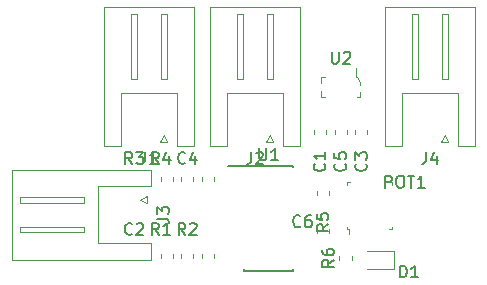
<source format=gbr>
G04 #@! TF.GenerationSoftware,KiCad,Pcbnew,(5.0.1)-3*
G04 #@! TF.CreationDate,2019-04-26T03:26:33+02:00*
G04 #@! TF.ProjectId,piezo_amplifier,7069657A6F5F616D706C69666965722E,rev?*
G04 #@! TF.SameCoordinates,Original*
G04 #@! TF.FileFunction,Legend,Top*
G04 #@! TF.FilePolarity,Positive*
%FSLAX46Y46*%
G04 Gerber Fmt 4.6, Leading zero omitted, Abs format (unit mm)*
G04 Created by KiCad (PCBNEW (5.0.1)-3) date 19/04/26 3:26:33 AM*
%MOMM*%
%LPD*%
G01*
G04 APERTURE LIST*
%ADD10C,0.120000*%
%ADD11C,0.150000*%
%ADD12C,0.100000*%
G04 APERTURE END LIST*
D10*
G04 #@! TO.C,C1*
X131760000Y-82912779D02*
X131760000Y-82587221D01*
X130740000Y-82912779D02*
X130740000Y-82587221D01*
G04 #@! TO.C,C2*
X118760000Y-93412779D02*
X118760000Y-93087221D01*
X117740000Y-93412779D02*
X117740000Y-93087221D01*
G04 #@! TO.C,C3*
X134240000Y-82587221D02*
X134240000Y-82912779D01*
X135260000Y-82587221D02*
X135260000Y-82912779D01*
G04 #@! TO.C,C4*
X122260000Y-86587221D02*
X122260000Y-86912779D01*
X121240000Y-86587221D02*
X121240000Y-86912779D01*
G04 #@! TO.C,C5*
X132490000Y-82912779D02*
X132490000Y-82587221D01*
X133510000Y-82912779D02*
X133510000Y-82587221D01*
G04 #@! TO.C,C6*
X130990000Y-91262779D02*
X130990000Y-90937221D01*
X132010000Y-91262779D02*
X132010000Y-90937221D01*
G04 #@! TO.C,D1*
X135200000Y-94335000D02*
X137485000Y-94335000D01*
X137485000Y-94335000D02*
X137485000Y-92865000D01*
X137485000Y-92865000D02*
X135200000Y-92865000D01*
G04 #@! TO.C,R1*
X119490000Y-93087221D02*
X119490000Y-93412779D01*
X120510000Y-93087221D02*
X120510000Y-93412779D01*
G04 #@! TO.C,R2*
X122260000Y-93087221D02*
X122260000Y-93412779D01*
X121240000Y-93087221D02*
X121240000Y-93412779D01*
G04 #@! TO.C,R3*
X117740000Y-86912779D02*
X117740000Y-86587221D01*
X118760000Y-86912779D02*
X118760000Y-86587221D01*
G04 #@! TO.C,R4*
X119490000Y-86587221D02*
X119490000Y-86912779D01*
X120510000Y-86587221D02*
X120510000Y-86912779D01*
G04 #@! TO.C,R5*
X132010000Y-87737221D02*
X132010000Y-88062779D01*
X130990000Y-87737221D02*
X130990000Y-88062779D01*
G04 #@! TO.C,R6*
X133910000Y-93562779D02*
X133910000Y-93237221D01*
X132890000Y-93562779D02*
X132890000Y-93237221D01*
D11*
G04 #@! TO.C,U1*
X124800001Y-85605001D02*
X124800001Y-85630001D01*
X128950001Y-85605001D02*
X128950001Y-85720001D01*
X128950001Y-94505001D02*
X128950001Y-94390001D01*
X124800001Y-94505001D02*
X124800001Y-94390001D01*
X124800001Y-85605001D02*
X128950001Y-85605001D01*
X124800001Y-94505001D02*
X128950001Y-94505001D01*
X124800001Y-85630001D02*
X123425001Y-85630001D01*
D12*
G04 #@! TO.C,POT1*
X133500000Y-87000000D02*
X133500000Y-87250000D01*
X133500000Y-87000000D02*
X133750000Y-87000000D01*
X137300000Y-87000000D02*
X137300000Y-87250000D01*
X137300000Y-87000000D02*
X137050000Y-87000000D01*
X137300000Y-91000000D02*
X137100000Y-91000000D01*
X137300000Y-91000000D02*
X137300000Y-90750000D01*
X133500000Y-90750000D02*
X133500000Y-91000000D01*
X133500000Y-91000000D02*
X133700000Y-91000000D01*
X133700000Y-91000000D02*
X133700000Y-91350000D01*
G04 #@! TO.C,U2*
X134650000Y-78750000D02*
X134650000Y-78475000D01*
X134650000Y-78475000D02*
X134375000Y-78100000D01*
X134375000Y-78100000D02*
X134325000Y-78100000D01*
X134325000Y-78100000D02*
X134325000Y-77325000D01*
X131350000Y-78575000D02*
X131350000Y-78100000D01*
X131350000Y-78100000D02*
X131700000Y-78100000D01*
X131575000Y-79750000D02*
X131700000Y-79750000D01*
X131650000Y-79750000D02*
X131350000Y-79750000D01*
X131350000Y-79750000D02*
X131350000Y-79300000D01*
X134650000Y-79375000D02*
X134650000Y-79750000D01*
X134650000Y-79750000D02*
X134350000Y-79750000D01*
D10*
G04 #@! TO.C,J1*
X116750000Y-72190000D02*
X120560000Y-72190000D01*
X120560000Y-72190000D02*
X120560000Y-83910000D01*
X120560000Y-83910000D02*
X119140000Y-83910000D01*
X119140000Y-83910000D02*
X119140000Y-79410000D01*
X119140000Y-79410000D02*
X116750000Y-79410000D01*
X116750000Y-72190000D02*
X112940000Y-72190000D01*
X112940000Y-72190000D02*
X112940000Y-83910000D01*
X112940000Y-83910000D02*
X114360000Y-83910000D01*
X114360000Y-83910000D02*
X114360000Y-79410000D01*
X114360000Y-79410000D02*
X116750000Y-79410000D01*
X118250000Y-78300000D02*
X118250000Y-72800000D01*
X118250000Y-72800000D02*
X117750000Y-72800000D01*
X117750000Y-72800000D02*
X117750000Y-78300000D01*
X117750000Y-78300000D02*
X118250000Y-78300000D01*
X115750000Y-78300000D02*
X115750000Y-72800000D01*
X115750000Y-72800000D02*
X115250000Y-72800000D01*
X115250000Y-72800000D02*
X115250000Y-78300000D01*
X115250000Y-78300000D02*
X115750000Y-78300000D01*
X118000000Y-83000000D02*
X118300000Y-83600000D01*
X118300000Y-83600000D02*
X117700000Y-83600000D01*
X117700000Y-83600000D02*
X118000000Y-83000000D01*
G04 #@! TO.C,J2*
X126700000Y-83600000D02*
X127000000Y-83000000D01*
X127300000Y-83600000D02*
X126700000Y-83600000D01*
X127000000Y-83000000D02*
X127300000Y-83600000D01*
X124250000Y-78300000D02*
X124750000Y-78300000D01*
X124250000Y-72800000D02*
X124250000Y-78300000D01*
X124750000Y-72800000D02*
X124250000Y-72800000D01*
X124750000Y-78300000D02*
X124750000Y-72800000D01*
X126750000Y-78300000D02*
X127250000Y-78300000D01*
X126750000Y-72800000D02*
X126750000Y-78300000D01*
X127250000Y-72800000D02*
X126750000Y-72800000D01*
X127250000Y-78300000D02*
X127250000Y-72800000D01*
X123360000Y-79410000D02*
X125750000Y-79410000D01*
X123360000Y-83910000D02*
X123360000Y-79410000D01*
X121940000Y-83910000D02*
X123360000Y-83910000D01*
X121940000Y-72190000D02*
X121940000Y-83910000D01*
X125750000Y-72190000D02*
X121940000Y-72190000D01*
X128140000Y-79410000D02*
X125750000Y-79410000D01*
X128140000Y-83910000D02*
X128140000Y-79410000D01*
X129560000Y-83910000D02*
X128140000Y-83910000D01*
X129560000Y-72190000D02*
X129560000Y-83910000D01*
X125750000Y-72190000D02*
X129560000Y-72190000D01*
G04 #@! TO.C,J3*
X105190000Y-89750000D02*
X105190000Y-85940000D01*
X105190000Y-85940000D02*
X116910000Y-85940000D01*
X116910000Y-85940000D02*
X116910000Y-87360000D01*
X116910000Y-87360000D02*
X112410000Y-87360000D01*
X112410000Y-87360000D02*
X112410000Y-89750000D01*
X105190000Y-89750000D02*
X105190000Y-93560000D01*
X105190000Y-93560000D02*
X116910000Y-93560000D01*
X116910000Y-93560000D02*
X116910000Y-92140000D01*
X116910000Y-92140000D02*
X112410000Y-92140000D01*
X112410000Y-92140000D02*
X112410000Y-89750000D01*
X111300000Y-88250000D02*
X105800000Y-88250000D01*
X105800000Y-88250000D02*
X105800000Y-88750000D01*
X105800000Y-88750000D02*
X111300000Y-88750000D01*
X111300000Y-88750000D02*
X111300000Y-88250000D01*
X111300000Y-90750000D02*
X105800000Y-90750000D01*
X105800000Y-90750000D02*
X105800000Y-91250000D01*
X105800000Y-91250000D02*
X111300000Y-91250000D01*
X111300000Y-91250000D02*
X111300000Y-90750000D01*
X116000000Y-88500000D02*
X116600000Y-88200000D01*
X116600000Y-88200000D02*
X116600000Y-88800000D01*
X116600000Y-88800000D02*
X116000000Y-88500000D01*
G04 #@! TO.C,J4*
X141500000Y-83600000D02*
X141800000Y-83000000D01*
X142100000Y-83600000D02*
X141500000Y-83600000D01*
X141800000Y-83000000D02*
X142100000Y-83600000D01*
X139050000Y-78300000D02*
X139550000Y-78300000D01*
X139050000Y-72800000D02*
X139050000Y-78300000D01*
X139550000Y-72800000D02*
X139050000Y-72800000D01*
X139550000Y-78300000D02*
X139550000Y-72800000D01*
X141550000Y-78300000D02*
X142050000Y-78300000D01*
X141550000Y-72800000D02*
X141550000Y-78300000D01*
X142050000Y-72800000D02*
X141550000Y-72800000D01*
X142050000Y-78300000D02*
X142050000Y-72800000D01*
X138160000Y-79410000D02*
X140550000Y-79410000D01*
X138160000Y-83910000D02*
X138160000Y-79410000D01*
X136740000Y-83910000D02*
X138160000Y-83910000D01*
X136740000Y-72190000D02*
X136740000Y-83910000D01*
X140550000Y-72190000D02*
X136740000Y-72190000D01*
X142940000Y-79410000D02*
X140550000Y-79410000D01*
X142940000Y-83910000D02*
X142940000Y-79410000D01*
X144360000Y-83910000D02*
X142940000Y-83910000D01*
X144360000Y-72190000D02*
X144360000Y-83910000D01*
X140550000Y-72190000D02*
X144360000Y-72190000D01*
G04 #@! TO.C,C1*
D11*
X131607142Y-85416666D02*
X131654761Y-85464285D01*
X131702380Y-85607142D01*
X131702380Y-85702380D01*
X131654761Y-85845238D01*
X131559523Y-85940476D01*
X131464285Y-85988095D01*
X131273809Y-86035714D01*
X131130952Y-86035714D01*
X130940476Y-85988095D01*
X130845238Y-85940476D01*
X130750000Y-85845238D01*
X130702380Y-85702380D01*
X130702380Y-85607142D01*
X130750000Y-85464285D01*
X130797619Y-85416666D01*
X131702380Y-84464285D02*
X131702380Y-85035714D01*
X131702380Y-84750000D02*
X130702380Y-84750000D01*
X130845238Y-84845238D01*
X130940476Y-84940476D01*
X130988095Y-85035714D01*
G04 #@! TO.C,C2*
X115333333Y-91357142D02*
X115285714Y-91404761D01*
X115142857Y-91452380D01*
X115047619Y-91452380D01*
X114904761Y-91404761D01*
X114809523Y-91309523D01*
X114761904Y-91214285D01*
X114714285Y-91023809D01*
X114714285Y-90880952D01*
X114761904Y-90690476D01*
X114809523Y-90595238D01*
X114904761Y-90500000D01*
X115047619Y-90452380D01*
X115142857Y-90452380D01*
X115285714Y-90500000D01*
X115333333Y-90547619D01*
X115714285Y-90547619D02*
X115761904Y-90500000D01*
X115857142Y-90452380D01*
X116095238Y-90452380D01*
X116190476Y-90500000D01*
X116238095Y-90547619D01*
X116285714Y-90642857D01*
X116285714Y-90738095D01*
X116238095Y-90880952D01*
X115666666Y-91452380D01*
X116285714Y-91452380D01*
G04 #@! TO.C,C3*
X135107142Y-85416666D02*
X135154761Y-85464285D01*
X135202380Y-85607142D01*
X135202380Y-85702380D01*
X135154761Y-85845238D01*
X135059523Y-85940476D01*
X134964285Y-85988095D01*
X134773809Y-86035714D01*
X134630952Y-86035714D01*
X134440476Y-85988095D01*
X134345238Y-85940476D01*
X134250000Y-85845238D01*
X134202380Y-85702380D01*
X134202380Y-85607142D01*
X134250000Y-85464285D01*
X134297619Y-85416666D01*
X134202380Y-85083333D02*
X134202380Y-84464285D01*
X134583333Y-84797619D01*
X134583333Y-84654761D01*
X134630952Y-84559523D01*
X134678571Y-84511904D01*
X134773809Y-84464285D01*
X135011904Y-84464285D01*
X135107142Y-84511904D01*
X135154761Y-84559523D01*
X135202380Y-84654761D01*
X135202380Y-84940476D01*
X135154761Y-85035714D01*
X135107142Y-85083333D01*
G04 #@! TO.C,C4*
X119833333Y-85357142D02*
X119785714Y-85404761D01*
X119642857Y-85452380D01*
X119547619Y-85452380D01*
X119404761Y-85404761D01*
X119309523Y-85309523D01*
X119261904Y-85214285D01*
X119214285Y-85023809D01*
X119214285Y-84880952D01*
X119261904Y-84690476D01*
X119309523Y-84595238D01*
X119404761Y-84500000D01*
X119547619Y-84452380D01*
X119642857Y-84452380D01*
X119785714Y-84500000D01*
X119833333Y-84547619D01*
X120690476Y-84785714D02*
X120690476Y-85452380D01*
X120452380Y-84404761D02*
X120214285Y-85119047D01*
X120833333Y-85119047D01*
G04 #@! TO.C,C5*
X133357142Y-85416666D02*
X133404761Y-85464285D01*
X133452380Y-85607142D01*
X133452380Y-85702380D01*
X133404761Y-85845238D01*
X133309523Y-85940476D01*
X133214285Y-85988095D01*
X133023809Y-86035714D01*
X132880952Y-86035714D01*
X132690476Y-85988095D01*
X132595238Y-85940476D01*
X132500000Y-85845238D01*
X132452380Y-85702380D01*
X132452380Y-85607142D01*
X132500000Y-85464285D01*
X132547619Y-85416666D01*
X132452380Y-84511904D02*
X132452380Y-84988095D01*
X132928571Y-85035714D01*
X132880952Y-84988095D01*
X132833333Y-84892857D01*
X132833333Y-84654761D01*
X132880952Y-84559523D01*
X132928571Y-84511904D01*
X133023809Y-84464285D01*
X133261904Y-84464285D01*
X133357142Y-84511904D01*
X133404761Y-84559523D01*
X133452380Y-84654761D01*
X133452380Y-84892857D01*
X133404761Y-84988095D01*
X133357142Y-85035714D01*
G04 #@! TO.C,C6*
X129583333Y-90707142D02*
X129535714Y-90754761D01*
X129392857Y-90802380D01*
X129297619Y-90802380D01*
X129154761Y-90754761D01*
X129059523Y-90659523D01*
X129011904Y-90564285D01*
X128964285Y-90373809D01*
X128964285Y-90230952D01*
X129011904Y-90040476D01*
X129059523Y-89945238D01*
X129154761Y-89850000D01*
X129297619Y-89802380D01*
X129392857Y-89802380D01*
X129535714Y-89850000D01*
X129583333Y-89897619D01*
X130440476Y-89802380D02*
X130250000Y-89802380D01*
X130154761Y-89850000D01*
X130107142Y-89897619D01*
X130011904Y-90040476D01*
X129964285Y-90230952D01*
X129964285Y-90611904D01*
X130011904Y-90707142D01*
X130059523Y-90754761D01*
X130154761Y-90802380D01*
X130345238Y-90802380D01*
X130440476Y-90754761D01*
X130488095Y-90707142D01*
X130535714Y-90611904D01*
X130535714Y-90373809D01*
X130488095Y-90278571D01*
X130440476Y-90230952D01*
X130345238Y-90183333D01*
X130154761Y-90183333D01*
X130059523Y-90230952D01*
X130011904Y-90278571D01*
X129964285Y-90373809D01*
G04 #@! TO.C,D1*
X138011904Y-95052380D02*
X138011904Y-94052380D01*
X138250000Y-94052380D01*
X138392857Y-94100000D01*
X138488095Y-94195238D01*
X138535714Y-94290476D01*
X138583333Y-94480952D01*
X138583333Y-94623809D01*
X138535714Y-94814285D01*
X138488095Y-94909523D01*
X138392857Y-95004761D01*
X138250000Y-95052380D01*
X138011904Y-95052380D01*
X139535714Y-95052380D02*
X138964285Y-95052380D01*
X139250000Y-95052380D02*
X139250000Y-94052380D01*
X139154761Y-94195238D01*
X139059523Y-94290476D01*
X138964285Y-94338095D01*
G04 #@! TO.C,R1*
X117583333Y-91452380D02*
X117250000Y-90976190D01*
X117011904Y-91452380D02*
X117011904Y-90452380D01*
X117392857Y-90452380D01*
X117488095Y-90500000D01*
X117535714Y-90547619D01*
X117583333Y-90642857D01*
X117583333Y-90785714D01*
X117535714Y-90880952D01*
X117488095Y-90928571D01*
X117392857Y-90976190D01*
X117011904Y-90976190D01*
X118535714Y-91452380D02*
X117964285Y-91452380D01*
X118250000Y-91452380D02*
X118250000Y-90452380D01*
X118154761Y-90595238D01*
X118059523Y-90690476D01*
X117964285Y-90738095D01*
G04 #@! TO.C,R2*
X119833333Y-91452380D02*
X119500000Y-90976190D01*
X119261904Y-91452380D02*
X119261904Y-90452380D01*
X119642857Y-90452380D01*
X119738095Y-90500000D01*
X119785714Y-90547619D01*
X119833333Y-90642857D01*
X119833333Y-90785714D01*
X119785714Y-90880952D01*
X119738095Y-90928571D01*
X119642857Y-90976190D01*
X119261904Y-90976190D01*
X120214285Y-90547619D02*
X120261904Y-90500000D01*
X120357142Y-90452380D01*
X120595238Y-90452380D01*
X120690476Y-90500000D01*
X120738095Y-90547619D01*
X120785714Y-90642857D01*
X120785714Y-90738095D01*
X120738095Y-90880952D01*
X120166666Y-91452380D01*
X120785714Y-91452380D01*
G04 #@! TO.C,R3*
X115333333Y-85452380D02*
X115000000Y-84976190D01*
X114761904Y-85452380D02*
X114761904Y-84452380D01*
X115142857Y-84452380D01*
X115238095Y-84500000D01*
X115285714Y-84547619D01*
X115333333Y-84642857D01*
X115333333Y-84785714D01*
X115285714Y-84880952D01*
X115238095Y-84928571D01*
X115142857Y-84976190D01*
X114761904Y-84976190D01*
X115666666Y-84452380D02*
X116285714Y-84452380D01*
X115952380Y-84833333D01*
X116095238Y-84833333D01*
X116190476Y-84880952D01*
X116238095Y-84928571D01*
X116285714Y-85023809D01*
X116285714Y-85261904D01*
X116238095Y-85357142D01*
X116190476Y-85404761D01*
X116095238Y-85452380D01*
X115809523Y-85452380D01*
X115714285Y-85404761D01*
X115666666Y-85357142D01*
G04 #@! TO.C,R4*
X117583333Y-85452380D02*
X117250000Y-84976190D01*
X117011904Y-85452380D02*
X117011904Y-84452380D01*
X117392857Y-84452380D01*
X117488095Y-84500000D01*
X117535714Y-84547619D01*
X117583333Y-84642857D01*
X117583333Y-84785714D01*
X117535714Y-84880952D01*
X117488095Y-84928571D01*
X117392857Y-84976190D01*
X117011904Y-84976190D01*
X118440476Y-84785714D02*
X118440476Y-85452380D01*
X118202380Y-84404761D02*
X117964285Y-85119047D01*
X118583333Y-85119047D01*
G04 #@! TO.C,R5*
X131952380Y-90566666D02*
X131476190Y-90900000D01*
X131952380Y-91138095D02*
X130952380Y-91138095D01*
X130952380Y-90757142D01*
X131000000Y-90661904D01*
X131047619Y-90614285D01*
X131142857Y-90566666D01*
X131285714Y-90566666D01*
X131380952Y-90614285D01*
X131428571Y-90661904D01*
X131476190Y-90757142D01*
X131476190Y-91138095D01*
X130952380Y-89661904D02*
X130952380Y-90138095D01*
X131428571Y-90185714D01*
X131380952Y-90138095D01*
X131333333Y-90042857D01*
X131333333Y-89804761D01*
X131380952Y-89709523D01*
X131428571Y-89661904D01*
X131523809Y-89614285D01*
X131761904Y-89614285D01*
X131857142Y-89661904D01*
X131904761Y-89709523D01*
X131952380Y-89804761D01*
X131952380Y-90042857D01*
X131904761Y-90138095D01*
X131857142Y-90185714D01*
G04 #@! TO.C,R6*
X132422380Y-93566666D02*
X131946190Y-93900000D01*
X132422380Y-94138095D02*
X131422380Y-94138095D01*
X131422380Y-93757142D01*
X131470000Y-93661904D01*
X131517619Y-93614285D01*
X131612857Y-93566666D01*
X131755714Y-93566666D01*
X131850952Y-93614285D01*
X131898571Y-93661904D01*
X131946190Y-93757142D01*
X131946190Y-94138095D01*
X131422380Y-92709523D02*
X131422380Y-92900000D01*
X131470000Y-92995238D01*
X131517619Y-93042857D01*
X131660476Y-93138095D01*
X131850952Y-93185714D01*
X132231904Y-93185714D01*
X132327142Y-93138095D01*
X132374761Y-93090476D01*
X132422380Y-92995238D01*
X132422380Y-92804761D01*
X132374761Y-92709523D01*
X132327142Y-92661904D01*
X132231904Y-92614285D01*
X131993809Y-92614285D01*
X131898571Y-92661904D01*
X131850952Y-92709523D01*
X131803333Y-92804761D01*
X131803333Y-92995238D01*
X131850952Y-93090476D01*
X131898571Y-93138095D01*
X131993809Y-93185714D01*
G04 #@! TO.C,U1*
X126113096Y-84132381D02*
X126113096Y-84941905D01*
X126160715Y-85037143D01*
X126208334Y-85084762D01*
X126303572Y-85132381D01*
X126494048Y-85132381D01*
X126589286Y-85084762D01*
X126636905Y-85037143D01*
X126684524Y-84941905D01*
X126684524Y-84132381D01*
X127684524Y-85132381D02*
X127113096Y-85132381D01*
X127398810Y-85132381D02*
X127398810Y-84132381D01*
X127303572Y-84275239D01*
X127208334Y-84370477D01*
X127113096Y-84418096D01*
G04 #@! TO.C,POT1*
X136757142Y-87452380D02*
X136757142Y-86452380D01*
X137138095Y-86452380D01*
X137233333Y-86500000D01*
X137280952Y-86547619D01*
X137328571Y-86642857D01*
X137328571Y-86785714D01*
X137280952Y-86880952D01*
X137233333Y-86928571D01*
X137138095Y-86976190D01*
X136757142Y-86976190D01*
X137947619Y-86452380D02*
X138138095Y-86452380D01*
X138233333Y-86500000D01*
X138328571Y-86595238D01*
X138376190Y-86785714D01*
X138376190Y-87119047D01*
X138328571Y-87309523D01*
X138233333Y-87404761D01*
X138138095Y-87452380D01*
X137947619Y-87452380D01*
X137852380Y-87404761D01*
X137757142Y-87309523D01*
X137709523Y-87119047D01*
X137709523Y-86785714D01*
X137757142Y-86595238D01*
X137852380Y-86500000D01*
X137947619Y-86452380D01*
X138661904Y-86452380D02*
X139233333Y-86452380D01*
X138947619Y-87452380D02*
X138947619Y-86452380D01*
X140090476Y-87452380D02*
X139519047Y-87452380D01*
X139804761Y-87452380D02*
X139804761Y-86452380D01*
X139709523Y-86595238D01*
X139614285Y-86690476D01*
X139519047Y-86738095D01*
G04 #@! TO.C,U2*
X132238095Y-75952380D02*
X132238095Y-76761904D01*
X132285714Y-76857142D01*
X132333333Y-76904761D01*
X132428571Y-76952380D01*
X132619047Y-76952380D01*
X132714285Y-76904761D01*
X132761904Y-76857142D01*
X132809523Y-76761904D01*
X132809523Y-75952380D01*
X133238095Y-76047619D02*
X133285714Y-76000000D01*
X133380952Y-75952380D01*
X133619047Y-75952380D01*
X133714285Y-76000000D01*
X133761904Y-76047619D01*
X133809523Y-76142857D01*
X133809523Y-76238095D01*
X133761904Y-76380952D01*
X133190476Y-76952380D01*
X133809523Y-76952380D01*
G04 #@! TO.C,J1*
X116416666Y-84452380D02*
X116416666Y-85166666D01*
X116369047Y-85309523D01*
X116273809Y-85404761D01*
X116130952Y-85452380D01*
X116035714Y-85452380D01*
X117416666Y-85452380D02*
X116845238Y-85452380D01*
X117130952Y-85452380D02*
X117130952Y-84452380D01*
X117035714Y-84595238D01*
X116940476Y-84690476D01*
X116845238Y-84738095D01*
G04 #@! TO.C,J2*
X125416666Y-84452380D02*
X125416666Y-85166666D01*
X125369047Y-85309523D01*
X125273809Y-85404761D01*
X125130952Y-85452380D01*
X125035714Y-85452380D01*
X125845238Y-84547619D02*
X125892857Y-84500000D01*
X125988095Y-84452380D01*
X126226190Y-84452380D01*
X126321428Y-84500000D01*
X126369047Y-84547619D01*
X126416666Y-84642857D01*
X126416666Y-84738095D01*
X126369047Y-84880952D01*
X125797619Y-85452380D01*
X126416666Y-85452380D01*
G04 #@! TO.C,J3*
X117452380Y-90083333D02*
X118166666Y-90083333D01*
X118309523Y-90130952D01*
X118404761Y-90226190D01*
X118452380Y-90369047D01*
X118452380Y-90464285D01*
X117452380Y-89702380D02*
X117452380Y-89083333D01*
X117833333Y-89416666D01*
X117833333Y-89273809D01*
X117880952Y-89178571D01*
X117928571Y-89130952D01*
X118023809Y-89083333D01*
X118261904Y-89083333D01*
X118357142Y-89130952D01*
X118404761Y-89178571D01*
X118452380Y-89273809D01*
X118452380Y-89559523D01*
X118404761Y-89654761D01*
X118357142Y-89702380D01*
G04 #@! TO.C,J4*
X140216666Y-84452380D02*
X140216666Y-85166666D01*
X140169047Y-85309523D01*
X140073809Y-85404761D01*
X139930952Y-85452380D01*
X139835714Y-85452380D01*
X141121428Y-84785714D02*
X141121428Y-85452380D01*
X140883333Y-84404761D02*
X140645238Y-85119047D01*
X141264285Y-85119047D01*
G04 #@! TD*
M02*

</source>
